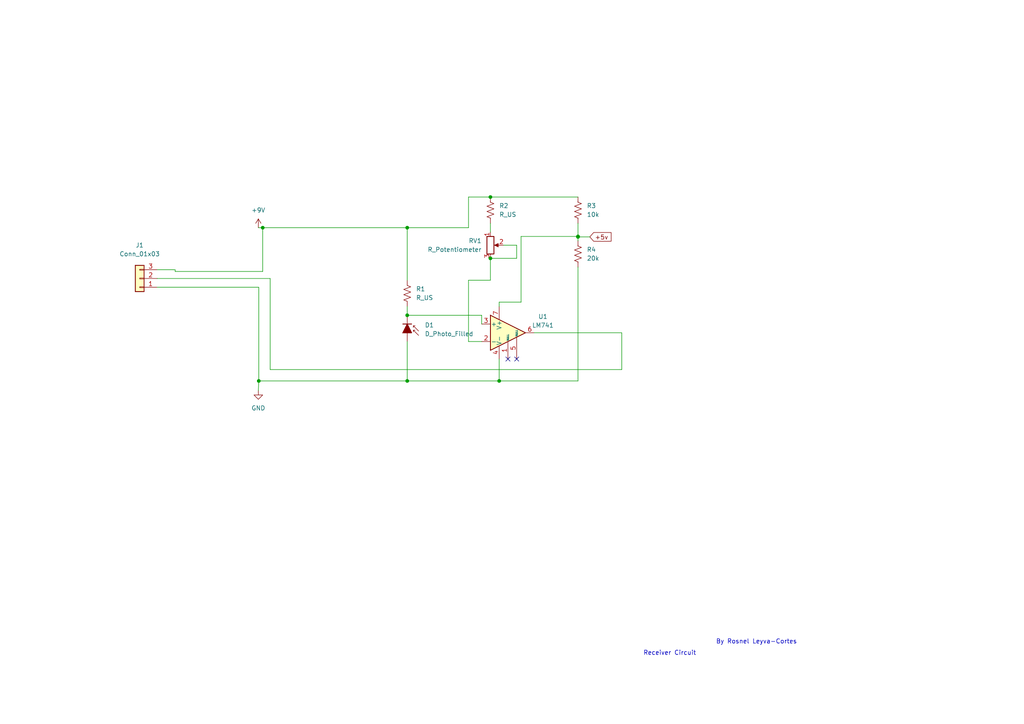
<source format=kicad_sch>
(kicad_sch (version 20211123) (generator eeschema)
  (paper "A4")
  (lib_symbols
    (symbol "Amplifier_Operational:LM741" (pin_names (offset 0.127))
      (property "Reference" "U" (at 0 6.35 0))
      (property "Value" "LM741" (at 0 3.81 0))
      (symbol "LM741_0_1"
        (polyline (pts (xy -5.08 5.08) (xy 5.08 0) (xy -5.08 -5.08) (xy -5.08 5.08)) (stroke (width 0.254)) (fill (type background)))
      )
      (symbol "LM741_1_1"
        (pin input line (at 0 -7.62 90) (length 5.08) (name "NULL") (number "1"))
        (pin input line (at -7.62 -2.54 0) (length 2.54) (name "-") (number "2"))
        (pin input line (at -7.62 2.54 0) (length 2.54) (name "+") (number "3"))
        (pin power_in line (at -2.54 -7.62 90) (length 3.81) (name "V-") (number "4"))
        (pin input line (at 2.54 -7.62 90) (length 6.35) (name "NULL") (number "5"))
        (pin output line (at 7.62 0 180) (length 2.54) (name "~") (number "6"))
        (pin power_in line (at -2.54 7.62 270) (length 3.81) (name "V+") (number "7"))
        (pin no_connect line (at 0 2.54 270) (length 2.54) hide (name "NC") (number "8"))
      )
    )
    (symbol "Connector_Generic:Conn_01x03" (pin_names (offset 1.016) hide)
      (property "Reference" "J" (at 0 5.08 0))
      (property "Value" "Conn_01x03" (at 0 -5.08 0))
      (symbol "Conn_01x03_1_1"
        (rectangle (start -1.27 -2.413) (end 0 -2.667) (stroke (width 0.1524)))
        (rectangle (start -1.27 0.127) (end 0 -0.127) (stroke (width 0.1524)))
        (rectangle (start -1.27 2.667) (end 0 2.413) (stroke (width 0.1524)))
        (rectangle (start -1.27 3.81) (end 1.27 -3.81) (stroke (width 0.254)) (fill (type background)))
        (pin passive line (at -5.08 2.54 0) (length 3.81) (name "Pin_1") (number "1"))
        (pin passive line (at -5.08 0 0) (length 3.81) (name "Pin_2") (number "2"))
        (pin passive line (at -5.08 -2.54 0) (length 3.81) (name "Pin_3") (number "3"))
      )
    )
    (symbol "Device:D_Photo_Filled" (pin_numbers hide) (pin_names hide)
      (property "Reference" "D" (at 0.508 1.778 0))
      (property "Value" "D_Photo_Filled" (at -1.016 -2.794 0))
      (symbol "D_Photo_Filled_0_1"
        (polyline (pts (xy -2.54 1.27) (xy -2.54 -1.27)) (stroke (width 0.254)))
        (polyline (pts (xy -2.032 1.778) (xy -1.524 1.778)))
        (polyline (pts (xy 0 0) (xy -2.54 0)))
        (polyline (pts (xy -0.508 3.302) (xy -2.032 1.778) (xy -2.032 2.286)))
        (polyline (pts (xy 0 -1.27) (xy 0 1.27) (xy -2.54 0) (xy 0 -1.27)) (stroke (width 0.254)) (fill (type outline)))
        (polyline (pts (xy 0.762 3.302) (xy -0.762 1.778) (xy -0.762 2.286) (xy -0.762 1.778) (xy -0.254 1.778)))
      )
      (symbol "D_Photo_Filled_1_1"
        (pin passive line (at -5.08 0 0) (length 2.54) (name "K") (number "1"))
        (pin passive line (at 2.54 0 180) (length 2.54) (name "A") (number "2"))
      )
    )
    (symbol "Device:R_Potentiometer" (pin_names (offset 1.016) hide)
      (property "Reference" "RV" (at -4.445 0 90))
      (property "Value" "R_Potentiometer" (at -2.54 0 90))
      (symbol "R_Potentiometer_0_1"
        (polyline (pts (xy 2.54 0) (xy 1.524 0)))
        (polyline (pts (xy 1.143 0) (xy 2.286 0.508) (xy 2.286 -0.508) (xy 1.143 0)) (fill (type outline)))
        (rectangle (start 1.016 2.54) (end -1.016 -2.54) (stroke (width 0.254)))
      )
      (symbol "R_Potentiometer_1_1"
        (pin passive line (at 0 3.81 270) (length 1.27) (name "1") (number "1"))
        (pin passive line (at 3.81 0 180) (length 1.27) (name "2") (number "2"))
        (pin passive line (at 0 -3.81 90) (length 1.27) (name "3") (number "3"))
      )
    )
    (symbol "Device:R_US" (pin_numbers hide) (pin_names (offset 0))
      (property "Reference" "R" (at 2.54 0 90))
      (property "Value" "R_US" (at -2.54 0 90))
      (symbol "R_US_0_1"
        (polyline (pts (xy 0 -2.286) (xy 0 -2.54)))
        (polyline (pts (xy 0 2.286) (xy 0 2.54)))
        (polyline (pts (xy 0 -0.762) (xy 1.016 -1.143) (xy 0 -1.524) (xy -1.016 -1.905) (xy 0 -2.286)))
        (polyline (pts (xy 0 0.762) (xy 1.016 0.381) (xy 0 0) (xy -1.016 -0.381) (xy 0 -0.762)))
        (polyline (pts (xy 0 2.286) (xy 1.016 1.905) (xy 0 1.524) (xy -1.016 1.143) (xy 0 0.762)))
      )
      (symbol "R_US_1_1"
        (pin passive line (at 0 3.81 270) (length 1.27) (name "~") (number "1"))
        (pin passive line (at 0 -3.81 90) (length 1.27) (name "~") (number "2"))
      )
    )
    (symbol "power:+9V" (power) (pin_names (offset 0))
      (property "Value" "+9V" (at 0 3.556 0))
      (symbol "+9V_0_1"
        (polyline (pts (xy -0.762 1.27) (xy 0 2.54)))
        (polyline (pts (xy 0 0) (xy 0 2.54)))
        (polyline (pts (xy 0 2.54) (xy 0.762 1.27)))
      )
      (symbol "+9V_1_1"
        (pin power_in line (at 0 0 90) (length 0) hide (name "+9V") (number "1"))
      )
    )
    (symbol "power:GND" (power) (pin_names (offset 0))
      (property "Value" "GND" (at 0 -3.81 0))
      (symbol "GND_0_1"
        (polyline (pts (xy 0 0) (xy 0 -1.27) (xy 1.27 -1.27) (xy 0 -2.54) (xy -1.27 -1.27) (xy 0 -1.27)))
      )
      (symbol "GND_1_1"
        (pin power_in line (at 0 0 270) (length 0) hide (name "GND") (number "1"))
      )
    )
  )
  (junction (at 144.78 110.49))
  (junction (at 118.11 66.04))
  (junction (at 167.64 68.707))
  (junction (at 76.2 66.04))
  (junction (at 118.11 91.44))
  (junction (at 142.24 74.93))
  (junction (at 75.057 110.49))
  (junction (at 118.11 110.49))
  (junction (at 142.24 57.15))
  (junction (at 167.64 68.58))
  (no_connect (at 149.86 104.14))
  (no_connect (at 147.32 104.14))
  (wire (pts (xy 78.359 107.188) (xy 78.359 80.772)))
  (wire (pts (xy 118.11 88.9) (xy 118.11 91.44)))
  (wire (pts (xy 118.11 99.06) (xy 118.11 110.49)))
  (wire (pts (xy 50.8 78.232) (xy 50.8 78.74)))
  (wire (pts (xy 76.2 66.04) (xy 118.11 66.04)))
  (wire (pts (xy 149.86 71.12) (xy 149.86 74.93)))
  (wire (pts (xy 144.78 110.49) (xy 118.11 110.49)))
  (wire (pts (xy 167.64 110.49) (xy 144.78 110.49)))
  (wire (pts (xy 118.11 66.04) (xy 118.11 81.28)))
  (wire (pts (xy 45.593 83.312) (xy 75.057 83.312)))
  (wire (pts (xy 76.2 66.04) (xy 76.2 78.74)))
  (wire (pts (xy 167.64 68.58) (xy 151.13 68.58)))
  (wire (pts (xy 151.13 68.58) (xy 151.13 87.63)))
  (wire (pts (xy 142.24 64.77) (xy 142.24 67.31)))
  (wire (pts (xy 142.24 57.15) (xy 167.64 57.15)))
  (wire (pts (xy 74.93 66.04) (xy 76.2 66.04)))
  (wire (pts (xy 167.64 68.707) (xy 167.64 69.85)))
  (wire (pts (xy 146.05 71.12) (xy 149.86 71.12)))
  (wire (pts (xy 74.93 113.284) (xy 75.057 110.49)))
  (wire (pts (xy 144.78 87.63) (xy 144.78 88.9)))
  (wire (pts (xy 180.34 96.52) (xy 180.34 107.188)))
  (wire (pts (xy 154.94 96.52) (xy 180.34 96.52)))
  (wire (pts (xy 135.89 99.06) (xy 139.7 99.06)))
  (wire (pts (xy 144.78 104.14) (xy 144.78 110.49)))
  (wire (pts (xy 142.24 81.28) (xy 135.89 81.28)))
  (wire (pts (xy 167.64 77.47) (xy 167.64 110.49)))
  (wire (pts (xy 180.34 107.188) (xy 78.359 107.188)))
  (wire (pts (xy 75.057 110.49) (xy 118.11 110.49)))
  (wire (pts (xy 45.593 78.232) (xy 50.8 78.232)))
  (wire (pts (xy 167.64 64.77) (xy 167.64 68.58)))
  (wire (pts (xy 167.64 68.58) (xy 167.64 68.707)))
  (wire (pts (xy 75.057 83.312) (xy 75.057 110.49)))
  (wire (pts (xy 151.13 87.63) (xy 144.78 87.63)))
  (wire (pts (xy 142.24 74.93) (xy 149.86 74.93)))
  (wire (pts (xy 167.64 68.707) (xy 171.069 68.707)))
  (wire (pts (xy 45.593 80.772) (xy 78.359 80.772)))
  (wire (pts (xy 142.24 74.93) (xy 142.24 81.28)))
  (wire (pts (xy 135.89 57.15) (xy 142.24 57.15)))
  (wire (pts (xy 50.8 78.74) (xy 76.2 78.74)))
  (wire (pts (xy 118.11 91.44) (xy 139.7 91.44)))
  (wire (pts (xy 118.11 66.04) (xy 135.89 66.04)))
  (wire (pts (xy 135.89 81.28) (xy 135.89 99.06)))
  (wire (pts (xy 139.7 91.44) (xy 139.7 93.98)))
  (wire (pts (xy 135.89 66.04) (xy 135.89 57.15)))
  (text "Receiver Circuit\n" (at 186.563 190.246 0) (effects (font (size 1.27 1.27)) (justify left bottom)))
  (text "By Rosnel Leyva-Cortes\n" (at 207.645 186.944 0) (effects (font (size 1.27 1.27)) (justify left bottom)))
  (global_label "+5v" (shape input) (at 171.069 68.707 0) (property "Intersheet References" "${INTERSHEET_REFS}" (effects hide)))
  (symbol (lib_id "Device:R_Potentiometer") (at 142.24 71.12 0) (unit 1)
    (property "Reference" "RV1" (at 139.7 69.8499 0) (effects (justify right)))
    (property "Value" "R_Potentiometer" (at 139.7 72.3899 0) (effects (justify right)))
    (property "Footprint" "Potentiometer_THT:Potentiometer_Bourns_3299W_Vertical" (effects hide))
  )
  (symbol (lib_id "power:GND") (at 74.93 113.284 0) (unit 1)
    (property "Reference" "#PWR0102" (effects hide))
    (property "Value" "GND" (at 74.93 118.364 0))
  )
  (symbol (lib_id "Device:R_US") (at 167.64 73.66 0) (unit 1)
    (property "Reference" "R4" (at 170.18 72.3899 0) (effects (justify left)))
    (property "Value" "20k" (at 170.18 74.9299 0) (effects (justify left)))
    (property "Footprint" "Resistor_THT:R_Axial_DIN0204_L3.6mm_D1.6mm_P5.08mm_Horizontal" (effects hide))
  )
  (symbol (lib_id "Amplifier_Operational:LM741") (at 147.32 96.52 0) (unit 1)
    (property "Reference" "U1" (at 157.48 91.821 0))
    (property "Value" "LM741" (at 157.48 94.361 0))
    (property "Footprint" "Package_DIP:DIP-6_W10.16mm" (effects hide))
    (property "Datasheet" "http://www.ti.com/lit/ds/symlink/lm741.pdf" (effects hide))
  )
  (symbol (lib_id "Connector_Generic:Conn_01x03") (at 40.513 80.772 180) (unit 1)
    (property "Reference" "J1" (at 40.513 71.12 0))
    (property "Value" "Conn_01x03" (at 40.513 73.66 0))
    (property "Footprint" "Connector_PinHeader_1.00mm:PinHeader_1x03_P1.00mm_Vertical" (effects hide))
  )
  (symbol (lib_id "Device:R_US") (at 118.11 85.09 0) (unit 1)
    (property "Reference" "R1" (at 120.65 83.8199 0) (effects (justify left)))
    (property "Value" "R_US" (at 120.65 86.3599 0) (effects (justify left)))
    (property "Footprint" "Resistor_THT:R_Axial_DIN0204_L3.6mm_D1.6mm_P5.08mm_Horizontal" (effects hide))
  )
  (symbol (lib_id "Device:R_US") (at 167.64 60.96 0) (unit 1)
    (property "Reference" "R3" (at 170.18 59.6899 0) (effects (justify left)))
    (property "Value" "10k" (at 170.18 62.2299 0) (effects (justify left)))
    (property "Footprint" "Resistor_THT:R_Axial_DIN0204_L3.6mm_D1.6mm_P5.08mm_Horizontal" (effects hide))
  )
  (symbol (lib_id "Device:D_Photo_Filled") (at 118.11 96.52 270) (unit 1)
    (property "Reference" "D1" (at 123.19 94.2974 90) (effects (justify left)))
    (property "Value" "D_Photo_Filled" (at 123.19 96.8374 90) (effects (justify left)))
    (property "Footprint" "OptoDevice:R_LDR_4.9x4.2mm_P2.54mm_Vertical" (effects hide))
  )
  (symbol (lib_id "power:+9V") (at 74.93 66.04 0) (unit 1)
    (property "Reference" "#PWR0101" (effects hide))
    (property "Value" "+9V" (at 74.93 60.96 0))
  )
  (symbol (lib_id "Device:R_US") (at 142.24 60.96 0) (unit 1)
    (property "Reference" "R2" (at 144.78 59.6899 0) (effects (justify left)))
    (property "Value" "R_US" (at 144.78 62.2299 0) (effects (justify left)))
    (property "Footprint" "Resistor_THT:R_Axial_DIN0204_L3.6mm_D1.6mm_P5.08mm_Horizontal" (effects hide))
  )
)
</source>
